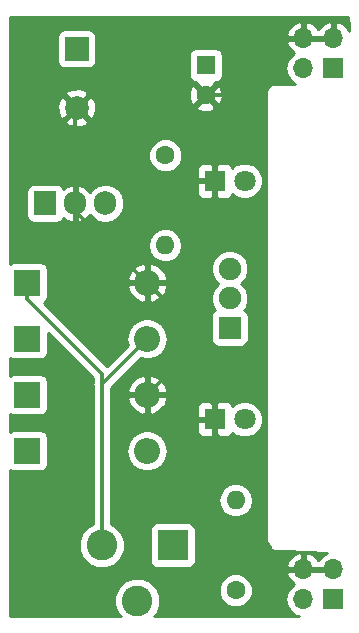
<source format=gbl>
G04 #@! TF.GenerationSoftware,KiCad,Pcbnew,5.0.0-fee4fd1~66~ubuntu18.04.1*
G04 #@! TF.CreationDate,2018-08-15T18:58:20-07:00*
G04 #@! TF.ProjectId,BreadboardPowerSupply_v2,4272656164626F617264506F77657253,2*
G04 #@! TF.SameCoordinates,Original*
G04 #@! TF.FileFunction,Copper,L2,Bot,Signal*
G04 #@! TF.FilePolarity,Positive*
%FSLAX46Y46*%
G04 Gerber Fmt 4.6, Leading zero omitted, Abs format (unit mm)*
G04 Created by KiCad (PCBNEW 5.0.0-fee4fd1~66~ubuntu18.04.1) date Wed Aug 15 18:58:20 2018*
%MOMM*%
%LPD*%
G01*
G04 APERTURE LIST*
G04 #@! TA.AperFunction,ComponentPad*
%ADD10R,1.600000X1.600000*%
G04 #@! TD*
G04 #@! TA.AperFunction,ComponentPad*
%ADD11C,1.600000*%
G04 #@! TD*
G04 #@! TA.AperFunction,ComponentPad*
%ADD12R,2.200000X2.200000*%
G04 #@! TD*
G04 #@! TA.AperFunction,ComponentPad*
%ADD13O,2.200000X2.200000*%
G04 #@! TD*
G04 #@! TA.AperFunction,ComponentPad*
%ADD14C,1.800000*%
G04 #@! TD*
G04 #@! TA.AperFunction,ComponentPad*
%ADD15R,1.800000X1.800000*%
G04 #@! TD*
G04 #@! TA.AperFunction,ComponentPad*
%ADD16R,2.600000X2.600000*%
G04 #@! TD*
G04 #@! TA.AperFunction,ComponentPad*
%ADD17C,2.600000*%
G04 #@! TD*
G04 #@! TA.AperFunction,ComponentPad*
%ADD18O,1.700000X1.700000*%
G04 #@! TD*
G04 #@! TA.AperFunction,ComponentPad*
%ADD19R,1.700000X1.700000*%
G04 #@! TD*
G04 #@! TA.AperFunction,ComponentPad*
%ADD20O,1.600000X1.600000*%
G04 #@! TD*
G04 #@! TA.AperFunction,ComponentPad*
%ADD21R,1.900000X1.900000*%
G04 #@! TD*
G04 #@! TA.AperFunction,ComponentPad*
%ADD22C,1.900000*%
G04 #@! TD*
G04 #@! TA.AperFunction,ComponentPad*
%ADD23R,1.905000X2.000000*%
G04 #@! TD*
G04 #@! TA.AperFunction,ComponentPad*
%ADD24O,1.905000X2.000000*%
G04 #@! TD*
G04 #@! TA.AperFunction,ComponentPad*
%ADD25R,2.000000X2.000000*%
G04 #@! TD*
G04 #@! TA.AperFunction,ComponentPad*
%ADD26C,2.000000*%
G04 #@! TD*
G04 #@! TA.AperFunction,Conductor*
%ADD27C,0.300000*%
G04 #@! TD*
G04 #@! TA.AperFunction,Conductor*
%ADD28C,0.254000*%
G04 #@! TD*
G04 APERTURE END LIST*
D10*
G04 #@! TO.P,C2,1*
G04 #@! TO.N,/Vout1*
X54229000Y-112014000D03*
D11*
G04 #@! TO.P,C2,2*
G04 #@! TO.N,/V-*
X54229000Y-114514000D03*
G04 #@! TD*
D12*
G04 #@! TO.P,D1,1*
G04 #@! TO.N,/Vin*
X39116000Y-144653000D03*
D13*
G04 #@! TO.P,D1,2*
G04 #@! TO.N,/V1*
X49276000Y-144653000D03*
G04 #@! TD*
G04 #@! TO.P,D2,2*
G04 #@! TO.N,/V-*
X49276000Y-139911666D03*
D12*
G04 #@! TO.P,D2,1*
G04 #@! TO.N,/V1*
X39116000Y-139911666D03*
G04 #@! TD*
G04 #@! TO.P,D3,1*
G04 #@! TO.N,/Vin*
X39116000Y-135170333D03*
D13*
G04 #@! TO.P,D3,2*
G04 #@! TO.N,/V2*
X49276000Y-135170333D03*
G04 #@! TD*
G04 #@! TO.P,D4,2*
G04 #@! TO.N,/V-*
X49276000Y-130429000D03*
D12*
G04 #@! TO.P,D4,1*
G04 #@! TO.N,/V2*
X39116000Y-130429000D03*
G04 #@! TD*
D14*
G04 #@! TO.P,D5,2*
G04 #@! TO.N,Net-(D5-Pad2)*
X57531000Y-141986000D03*
D15*
G04 #@! TO.P,D5,1*
G04 #@! TO.N,/V-*
X54991000Y-141986000D03*
G04 #@! TD*
G04 #@! TO.P,D6,1*
G04 #@! TO.N,/V-*
X54991000Y-121793000D03*
D14*
G04 #@! TO.P,D6,2*
G04 #@! TO.N,Net-(D6-Pad2)*
X57531000Y-121793000D03*
G04 #@! TD*
D16*
G04 #@! TO.P,J1,1*
G04 #@! TO.N,/V1*
X51435000Y-152654000D03*
D17*
G04 #@! TO.P,J1,2*
G04 #@! TO.N,/V2*
X45435000Y-152654000D03*
G04 #@! TO.P,J1,3*
G04 #@! TO.N,Net-(J1-Pad3)*
X48435000Y-157354000D03*
G04 #@! TD*
D18*
G04 #@! TO.P,J2,4*
G04 #@! TO.N,/V-*
X62484000Y-154686000D03*
G04 #@! TO.P,J2,3*
X65024000Y-154686000D03*
G04 #@! TO.P,J2,2*
G04 #@! TO.N,/Vout2*
X62484000Y-157226000D03*
D19*
G04 #@! TO.P,J2,1*
X65024000Y-157226000D03*
G04 #@! TD*
G04 #@! TO.P,J3,1*
G04 #@! TO.N,/Vout2*
X65024000Y-112268000D03*
D18*
G04 #@! TO.P,J3,2*
X62484000Y-112268000D03*
G04 #@! TO.P,J3,3*
G04 #@! TO.N,/V-*
X65024000Y-109728000D03*
G04 #@! TO.P,J3,4*
X62484000Y-109728000D03*
G04 #@! TD*
D11*
G04 #@! TO.P,R1,1*
G04 #@! TO.N,/Vout1*
X56769000Y-156464000D03*
D20*
G04 #@! TO.P,R1,2*
G04 #@! TO.N,Net-(D5-Pad2)*
X56769000Y-148844000D03*
G04 #@! TD*
G04 #@! TO.P,R2,2*
G04 #@! TO.N,Net-(D6-Pad2)*
X50800000Y-127254000D03*
D11*
G04 #@! TO.P,R2,1*
G04 #@! TO.N,/Vout2*
X50800000Y-119634000D03*
G04 #@! TD*
D21*
G04 #@! TO.P,SW1,1*
G04 #@! TO.N,/Vout2*
X56261000Y-134239000D03*
D22*
G04 #@! TO.P,SW1,2*
G04 #@! TO.N,/Vout1*
X56261000Y-131739000D03*
G04 #@! TO.P,SW1,3*
G04 #@! TO.N,Net-(SW1-Pad3)*
X56261000Y-129239000D03*
G04 #@! TD*
D23*
G04 #@! TO.P,U1,1*
G04 #@! TO.N,/Vin*
X40640000Y-123698000D03*
D24*
G04 #@! TO.P,U1,2*
G04 #@! TO.N,/V-*
X43180000Y-123698000D03*
G04 #@! TO.P,U1,3*
G04 #@! TO.N,/Vout1*
X45720000Y-123698000D03*
G04 #@! TD*
D25*
G04 #@! TO.P,C1,1*
G04 #@! TO.N,/Vin*
X43307000Y-110617000D03*
D26*
G04 #@! TO.P,C1,2*
G04 #@! TO.N,/V-*
X43307000Y-115617000D03*
G04 #@! TD*
D27*
G04 #@! TO.N,/V-*
X43180000Y-124333000D02*
X43180000Y-123698000D01*
X49276000Y-130429000D02*
X43180000Y-124333000D01*
X54991000Y-140786000D02*
X54991000Y-141986000D01*
X54116666Y-139911666D02*
X54991000Y-140786000D01*
X49276000Y-139911666D02*
X54116666Y-139911666D01*
X54991000Y-143186000D02*
X59055000Y-147250000D01*
X54991000Y-141986000D02*
X54991000Y-143186000D01*
X59055000Y-152126476D02*
X59690000Y-152761476D01*
X59055000Y-147250000D02*
X59055000Y-152126476D01*
X59690000Y-152761476D02*
X59690000Y-153797000D01*
X60579000Y-154686000D02*
X62484000Y-154686000D01*
X59690000Y-153797000D02*
X60579000Y-154686000D01*
X62484000Y-154686000D02*
X65024000Y-154686000D01*
X50826001Y-138361665D02*
X50826001Y-137260999D01*
X49276000Y-139911666D02*
X50826001Y-138361665D01*
X50826001Y-137260999D02*
X52451000Y-135636000D01*
X52451000Y-133604000D02*
X49276000Y-130429000D01*
X52451000Y-135636000D02*
X52451000Y-133604000D01*
X49276000Y-128873366D02*
X49022000Y-128619366D01*
X49276000Y-130429000D02*
X49276000Y-128873366D01*
X49022000Y-128619366D02*
X49022000Y-125349000D01*
X52578000Y-121793000D02*
X54991000Y-121793000D01*
X49022000Y-125349000D02*
X52578000Y-121793000D01*
X54991000Y-115276000D02*
X54229000Y-114514000D01*
X54991000Y-121793000D02*
X54991000Y-115276000D01*
X43180000Y-115744000D02*
X43307000Y-115617000D01*
X43180000Y-123698000D02*
X43180000Y-115744000D01*
X54229000Y-114514000D02*
X55920000Y-114514000D01*
X55920000Y-114514000D02*
X60706000Y-109728000D01*
X60706000Y-109728000D02*
X62484000Y-109728000D01*
X62484000Y-109728000D02*
X65024000Y-109728000D01*
G04 #@! TO.N,/V2*
X45435000Y-139011333D02*
X49276000Y-135170333D01*
X45435000Y-152654000D02*
X45435000Y-139011333D01*
X45435000Y-138148000D02*
X45435000Y-139011333D01*
X39116000Y-131829000D02*
X45435000Y-138148000D01*
X39116000Y-130429000D02*
X39116000Y-131829000D01*
G04 #@! TD*
D28*
G04 #@! TO.N,/V-*
G36*
X66346001Y-108796472D02*
X66346001Y-109082653D01*
X66295645Y-108961076D01*
X65905358Y-108532817D01*
X65380892Y-108286514D01*
X65151000Y-108407181D01*
X65151000Y-109601000D01*
X65171000Y-109601000D01*
X65171000Y-109855000D01*
X65151000Y-109855000D01*
X65151000Y-109875000D01*
X64897000Y-109875000D01*
X64897000Y-109855000D01*
X62611000Y-109855000D01*
X62611000Y-109875000D01*
X62357000Y-109875000D01*
X62357000Y-109855000D01*
X61163845Y-109855000D01*
X61042524Y-110084890D01*
X61212355Y-110494924D01*
X61602642Y-110923183D01*
X61732478Y-110984157D01*
X61413375Y-111197375D01*
X61085161Y-111688582D01*
X60969908Y-112268000D01*
X61085161Y-112847418D01*
X61413375Y-113338625D01*
X61789584Y-113590000D01*
X60140926Y-113590000D01*
X60071000Y-113576091D01*
X60001075Y-113590000D01*
X60001074Y-113590000D01*
X59793972Y-113631195D01*
X59559119Y-113788119D01*
X59402195Y-114022972D01*
X59347091Y-114300000D01*
X59361001Y-114369931D01*
X59361000Y-152330074D01*
X59347091Y-152400000D01*
X59402195Y-152677028D01*
X59437161Y-152729359D01*
X59436003Y-152907173D01*
X59445353Y-152955835D01*
X59472614Y-152997216D01*
X59513636Y-153025014D01*
X59556083Y-153034811D01*
X59759720Y-153045918D01*
X59793972Y-153068805D01*
X60071000Y-153123909D01*
X60140925Y-153110000D01*
X60934547Y-153110000D01*
X64535318Y-153306406D01*
X64142642Y-153490817D01*
X63754000Y-153917271D01*
X63365358Y-153490817D01*
X62840892Y-153244514D01*
X62611000Y-153365181D01*
X62611000Y-154559000D01*
X64897000Y-154559000D01*
X64897000Y-154539000D01*
X65151000Y-154539000D01*
X65151000Y-154559000D01*
X65171000Y-154559000D01*
X65171000Y-154813000D01*
X65151000Y-154813000D01*
X65151000Y-154833000D01*
X64897000Y-154833000D01*
X64897000Y-154813000D01*
X62611000Y-154813000D01*
X62611000Y-154833000D01*
X62357000Y-154833000D01*
X62357000Y-154813000D01*
X61163845Y-154813000D01*
X61042524Y-155042890D01*
X61212355Y-155452924D01*
X61602642Y-155881183D01*
X61732478Y-155942157D01*
X61413375Y-156155375D01*
X61085161Y-156646582D01*
X60969908Y-157226000D01*
X61085161Y-157805418D01*
X61413375Y-158296625D01*
X61904582Y-158624839D01*
X62156759Y-158675000D01*
X49850504Y-158675000D01*
X50075414Y-158450090D01*
X50370000Y-157738895D01*
X50370000Y-156969105D01*
X50075414Y-156257910D01*
X49996065Y-156178561D01*
X55334000Y-156178561D01*
X55334000Y-156749439D01*
X55552466Y-157276862D01*
X55956138Y-157680534D01*
X56483561Y-157899000D01*
X57054439Y-157899000D01*
X57581862Y-157680534D01*
X57985534Y-157276862D01*
X58204000Y-156749439D01*
X58204000Y-156178561D01*
X57985534Y-155651138D01*
X57581862Y-155247466D01*
X57054439Y-155029000D01*
X56483561Y-155029000D01*
X55956138Y-155247466D01*
X55552466Y-155651138D01*
X55334000Y-156178561D01*
X49996065Y-156178561D01*
X49531090Y-155713586D01*
X48819895Y-155419000D01*
X48050105Y-155419000D01*
X47338910Y-155713586D01*
X46794586Y-156257910D01*
X46500000Y-156969105D01*
X46500000Y-157738895D01*
X46794586Y-158450090D01*
X47019496Y-158675000D01*
X37667000Y-158675000D01*
X37667000Y-146283513D01*
X37768235Y-146351157D01*
X38016000Y-146400440D01*
X40216000Y-146400440D01*
X40463765Y-146351157D01*
X40673809Y-146210809D01*
X40814157Y-146000765D01*
X40863440Y-145753000D01*
X40863440Y-143553000D01*
X40814157Y-143305235D01*
X40673809Y-143095191D01*
X40463765Y-142954843D01*
X40216000Y-142905560D01*
X38016000Y-142905560D01*
X37768235Y-142954843D01*
X37667000Y-143022487D01*
X37667000Y-141542179D01*
X37768235Y-141609823D01*
X38016000Y-141659106D01*
X40216000Y-141659106D01*
X40463765Y-141609823D01*
X40673809Y-141469475D01*
X40814157Y-141259431D01*
X40863440Y-141011666D01*
X40863440Y-138811666D01*
X40814157Y-138563901D01*
X40673809Y-138353857D01*
X40463765Y-138213509D01*
X40216000Y-138164226D01*
X38016000Y-138164226D01*
X37768235Y-138213509D01*
X37667000Y-138281153D01*
X37667000Y-136800846D01*
X37768235Y-136868490D01*
X38016000Y-136917773D01*
X40216000Y-136917773D01*
X40463765Y-136868490D01*
X40673809Y-136728142D01*
X40814157Y-136518098D01*
X40863440Y-136270333D01*
X40863440Y-134686597D01*
X44650000Y-138473157D01*
X44650000Y-138934021D01*
X44634622Y-139011333D01*
X44650000Y-139088645D01*
X44650000Y-139088649D01*
X44650001Y-139088654D01*
X44650000Y-150884729D01*
X44338910Y-151013586D01*
X43794586Y-151557910D01*
X43500000Y-152269105D01*
X43500000Y-153038895D01*
X43794586Y-153750090D01*
X44338910Y-154294414D01*
X45050105Y-154589000D01*
X45819895Y-154589000D01*
X46531090Y-154294414D01*
X47075414Y-153750090D01*
X47370000Y-153038895D01*
X47370000Y-152269105D01*
X47075414Y-151557910D01*
X46871504Y-151354000D01*
X49487560Y-151354000D01*
X49487560Y-153954000D01*
X49536843Y-154201765D01*
X49677191Y-154411809D01*
X49887235Y-154552157D01*
X50135000Y-154601440D01*
X52735000Y-154601440D01*
X52982765Y-154552157D01*
X53192809Y-154411809D01*
X53248067Y-154329110D01*
X61042524Y-154329110D01*
X61163845Y-154559000D01*
X62357000Y-154559000D01*
X62357000Y-153365181D01*
X62127108Y-153244514D01*
X61602642Y-153490817D01*
X61212355Y-153919076D01*
X61042524Y-154329110D01*
X53248067Y-154329110D01*
X53333157Y-154201765D01*
X53382440Y-153954000D01*
X53382440Y-151354000D01*
X53333157Y-151106235D01*
X53192809Y-150896191D01*
X52982765Y-150755843D01*
X52735000Y-150706560D01*
X50135000Y-150706560D01*
X49887235Y-150755843D01*
X49677191Y-150896191D01*
X49536843Y-151106235D01*
X49487560Y-151354000D01*
X46871504Y-151354000D01*
X46531090Y-151013586D01*
X46220000Y-150884729D01*
X46220000Y-148844000D01*
X55305887Y-148844000D01*
X55417260Y-149403909D01*
X55734423Y-149878577D01*
X56209091Y-150195740D01*
X56627667Y-150279000D01*
X56910333Y-150279000D01*
X57328909Y-150195740D01*
X57803577Y-149878577D01*
X58120740Y-149403909D01*
X58232113Y-148844000D01*
X58120740Y-148284091D01*
X57803577Y-147809423D01*
X57328909Y-147492260D01*
X56910333Y-147409000D01*
X56627667Y-147409000D01*
X56209091Y-147492260D01*
X55734423Y-147809423D01*
X55417260Y-148284091D01*
X55305887Y-148844000D01*
X46220000Y-148844000D01*
X46220000Y-144653000D01*
X47507010Y-144653000D01*
X47641666Y-145329963D01*
X48025135Y-145903865D01*
X48599037Y-146287334D01*
X49105120Y-146388000D01*
X49446880Y-146388000D01*
X49952963Y-146287334D01*
X50526865Y-145903865D01*
X50910334Y-145329963D01*
X51044990Y-144653000D01*
X50910334Y-143976037D01*
X50526865Y-143402135D01*
X49952963Y-143018666D01*
X49446880Y-142918000D01*
X49105120Y-142918000D01*
X48599037Y-143018666D01*
X48025135Y-143402135D01*
X47641666Y-143976037D01*
X47507010Y-144653000D01*
X46220000Y-144653000D01*
X46220000Y-142271750D01*
X53456000Y-142271750D01*
X53456000Y-143012310D01*
X53552673Y-143245699D01*
X53731302Y-143424327D01*
X53964691Y-143521000D01*
X54705250Y-143521000D01*
X54864000Y-143362250D01*
X54864000Y-142113000D01*
X53614750Y-142113000D01*
X53456000Y-142271750D01*
X46220000Y-142271750D01*
X46220000Y-140307788D01*
X47586825Y-140307788D01*
X47801466Y-140825998D01*
X48263608Y-141320678D01*
X48879877Y-141600849D01*
X49149000Y-141483270D01*
X49149000Y-140038666D01*
X49403000Y-140038666D01*
X49403000Y-141483270D01*
X49672123Y-141600849D01*
X50288392Y-141320678D01*
X50625635Y-140959690D01*
X53456000Y-140959690D01*
X53456000Y-141700250D01*
X53614750Y-141859000D01*
X54864000Y-141859000D01*
X54864000Y-140609750D01*
X55118000Y-140609750D01*
X55118000Y-141859000D01*
X55138000Y-141859000D01*
X55138000Y-142113000D01*
X55118000Y-142113000D01*
X55118000Y-143362250D01*
X55276750Y-143521000D01*
X56017309Y-143521000D01*
X56250698Y-143424327D01*
X56429327Y-143245699D01*
X56485139Y-143110956D01*
X56661493Y-143287310D01*
X57225670Y-143521000D01*
X57836330Y-143521000D01*
X58400507Y-143287310D01*
X58832310Y-142855507D01*
X59066000Y-142291330D01*
X59066000Y-141680670D01*
X58832310Y-141116493D01*
X58400507Y-140684690D01*
X57836330Y-140451000D01*
X57225670Y-140451000D01*
X56661493Y-140684690D01*
X56485139Y-140861044D01*
X56429327Y-140726301D01*
X56250698Y-140547673D01*
X56017309Y-140451000D01*
X55276750Y-140451000D01*
X55118000Y-140609750D01*
X54864000Y-140609750D01*
X54705250Y-140451000D01*
X53964691Y-140451000D01*
X53731302Y-140547673D01*
X53552673Y-140726301D01*
X53456000Y-140959690D01*
X50625635Y-140959690D01*
X50750534Y-140825998D01*
X50965175Y-140307788D01*
X50847125Y-140038666D01*
X49403000Y-140038666D01*
X49149000Y-140038666D01*
X47704875Y-140038666D01*
X47586825Y-140307788D01*
X46220000Y-140307788D01*
X46220000Y-139515544D01*
X47586825Y-139515544D01*
X47704875Y-139784666D01*
X49149000Y-139784666D01*
X49149000Y-138340062D01*
X49403000Y-138340062D01*
X49403000Y-139784666D01*
X50847125Y-139784666D01*
X50965175Y-139515544D01*
X50750534Y-138997334D01*
X50288392Y-138502654D01*
X49672123Y-138222483D01*
X49403000Y-138340062D01*
X49149000Y-138340062D01*
X48879877Y-138222483D01*
X48263608Y-138502654D01*
X47801466Y-138997334D01*
X47586825Y-139515544D01*
X46220000Y-139515544D01*
X46220000Y-139336490D01*
X48726475Y-136830016D01*
X49105120Y-136905333D01*
X49446880Y-136905333D01*
X49952963Y-136804667D01*
X50526865Y-136421198D01*
X50910334Y-135847296D01*
X51044990Y-135170333D01*
X50910334Y-134493370D01*
X50526865Y-133919468D01*
X49952963Y-133535999D01*
X49446880Y-133435333D01*
X49105120Y-133435333D01*
X48599037Y-133535999D01*
X48025135Y-133919468D01*
X47641666Y-134493370D01*
X47507010Y-135170333D01*
X47616317Y-135719858D01*
X45866666Y-137469509D01*
X41686157Y-133289000D01*
X54663560Y-133289000D01*
X54663560Y-135189000D01*
X54712843Y-135436765D01*
X54853191Y-135646809D01*
X55063235Y-135787157D01*
X55311000Y-135836440D01*
X57211000Y-135836440D01*
X57458765Y-135787157D01*
X57668809Y-135646809D01*
X57809157Y-135436765D01*
X57858440Y-135189000D01*
X57858440Y-133289000D01*
X57809157Y-133041235D01*
X57668809Y-132831191D01*
X57513867Y-132727661D01*
X57604698Y-132636830D01*
X57846000Y-132054276D01*
X57846000Y-131423724D01*
X57604698Y-130841170D01*
X57252528Y-130489000D01*
X57604698Y-130136830D01*
X57846000Y-129554276D01*
X57846000Y-128923724D01*
X57604698Y-128341170D01*
X57158830Y-127895302D01*
X56576276Y-127654000D01*
X55945724Y-127654000D01*
X55363170Y-127895302D01*
X54917302Y-128341170D01*
X54676000Y-128923724D01*
X54676000Y-129554276D01*
X54917302Y-130136830D01*
X55269472Y-130489000D01*
X54917302Y-130841170D01*
X54676000Y-131423724D01*
X54676000Y-132054276D01*
X54917302Y-132636830D01*
X55008133Y-132727661D01*
X54853191Y-132831191D01*
X54712843Y-133041235D01*
X54663560Y-133289000D01*
X41686157Y-133289000D01*
X40500061Y-132102904D01*
X40673809Y-131986809D01*
X40814157Y-131776765D01*
X40863440Y-131529000D01*
X40863440Y-130825122D01*
X47586825Y-130825122D01*
X47801466Y-131343332D01*
X48263608Y-131838012D01*
X48879877Y-132118183D01*
X49149000Y-132000604D01*
X49149000Y-130556000D01*
X49403000Y-130556000D01*
X49403000Y-132000604D01*
X49672123Y-132118183D01*
X50288392Y-131838012D01*
X50750534Y-131343332D01*
X50965175Y-130825122D01*
X50847125Y-130556000D01*
X49403000Y-130556000D01*
X49149000Y-130556000D01*
X47704875Y-130556000D01*
X47586825Y-130825122D01*
X40863440Y-130825122D01*
X40863440Y-130032878D01*
X47586825Y-130032878D01*
X47704875Y-130302000D01*
X49149000Y-130302000D01*
X49149000Y-128857396D01*
X49403000Y-128857396D01*
X49403000Y-130302000D01*
X50847125Y-130302000D01*
X50965175Y-130032878D01*
X50750534Y-129514668D01*
X50288392Y-129019988D01*
X49672123Y-128739817D01*
X49403000Y-128857396D01*
X49149000Y-128857396D01*
X48879877Y-128739817D01*
X48263608Y-129019988D01*
X47801466Y-129514668D01*
X47586825Y-130032878D01*
X40863440Y-130032878D01*
X40863440Y-129329000D01*
X40814157Y-129081235D01*
X40673809Y-128871191D01*
X40463765Y-128730843D01*
X40216000Y-128681560D01*
X38016000Y-128681560D01*
X37768235Y-128730843D01*
X37667000Y-128798487D01*
X37667000Y-127254000D01*
X49336887Y-127254000D01*
X49448260Y-127813909D01*
X49765423Y-128288577D01*
X50240091Y-128605740D01*
X50658667Y-128689000D01*
X50941333Y-128689000D01*
X51359909Y-128605740D01*
X51834577Y-128288577D01*
X52151740Y-127813909D01*
X52263113Y-127254000D01*
X52151740Y-126694091D01*
X51834577Y-126219423D01*
X51359909Y-125902260D01*
X50941333Y-125819000D01*
X50658667Y-125819000D01*
X50240091Y-125902260D01*
X49765423Y-126219423D01*
X49448260Y-126694091D01*
X49336887Y-127254000D01*
X37667000Y-127254000D01*
X37667000Y-122698000D01*
X39040060Y-122698000D01*
X39040060Y-124698000D01*
X39089343Y-124945765D01*
X39229691Y-125155809D01*
X39439735Y-125296157D01*
X39687500Y-125345440D01*
X41592500Y-125345440D01*
X41840265Y-125296157D01*
X42050309Y-125155809D01*
X42187255Y-124950857D01*
X42313076Y-125073973D01*
X42807020Y-125288563D01*
X43053000Y-125168594D01*
X43053000Y-123825000D01*
X43033000Y-123825000D01*
X43033000Y-123571000D01*
X43053000Y-123571000D01*
X43053000Y-122227406D01*
X43307000Y-122227406D01*
X43307000Y-123571000D01*
X43327000Y-123571000D01*
X43327000Y-123825000D01*
X43307000Y-123825000D01*
X43307000Y-125168594D01*
X43552980Y-125288563D01*
X44046924Y-125073973D01*
X44440841Y-124688526D01*
X44575477Y-124890023D01*
X45100590Y-125240891D01*
X45720000Y-125364100D01*
X46339411Y-125240891D01*
X46864523Y-124890023D01*
X47215391Y-124364910D01*
X47307500Y-123901849D01*
X47307500Y-123494150D01*
X47215391Y-123031089D01*
X46864523Y-122505977D01*
X46339410Y-122155109D01*
X45955530Y-122078750D01*
X53456000Y-122078750D01*
X53456000Y-122819310D01*
X53552673Y-123052699D01*
X53731302Y-123231327D01*
X53964691Y-123328000D01*
X54705250Y-123328000D01*
X54864000Y-123169250D01*
X54864000Y-121920000D01*
X53614750Y-121920000D01*
X53456000Y-122078750D01*
X45955530Y-122078750D01*
X45720000Y-122031900D01*
X45100589Y-122155109D01*
X44575477Y-122505977D01*
X44440841Y-122707474D01*
X44046924Y-122322027D01*
X43552980Y-122107437D01*
X43307000Y-122227406D01*
X43053000Y-122227406D01*
X42807020Y-122107437D01*
X42313076Y-122322027D01*
X42187255Y-122445143D01*
X42050309Y-122240191D01*
X41840265Y-122099843D01*
X41592500Y-122050560D01*
X39687500Y-122050560D01*
X39439735Y-122099843D01*
X39229691Y-122240191D01*
X39089343Y-122450235D01*
X39040060Y-122698000D01*
X37667000Y-122698000D01*
X37667000Y-119348561D01*
X49365000Y-119348561D01*
X49365000Y-119919439D01*
X49583466Y-120446862D01*
X49987138Y-120850534D01*
X50514561Y-121069000D01*
X51085439Y-121069000D01*
X51612862Y-120850534D01*
X51696706Y-120766690D01*
X53456000Y-120766690D01*
X53456000Y-121507250D01*
X53614750Y-121666000D01*
X54864000Y-121666000D01*
X54864000Y-120416750D01*
X55118000Y-120416750D01*
X55118000Y-121666000D01*
X55138000Y-121666000D01*
X55138000Y-121920000D01*
X55118000Y-121920000D01*
X55118000Y-123169250D01*
X55276750Y-123328000D01*
X56017309Y-123328000D01*
X56250698Y-123231327D01*
X56429327Y-123052699D01*
X56485139Y-122917956D01*
X56661493Y-123094310D01*
X57225670Y-123328000D01*
X57836330Y-123328000D01*
X58400507Y-123094310D01*
X58832310Y-122662507D01*
X59066000Y-122098330D01*
X59066000Y-121487670D01*
X58832310Y-120923493D01*
X58400507Y-120491690D01*
X57836330Y-120258000D01*
X57225670Y-120258000D01*
X56661493Y-120491690D01*
X56485139Y-120668044D01*
X56429327Y-120533301D01*
X56250698Y-120354673D01*
X56017309Y-120258000D01*
X55276750Y-120258000D01*
X55118000Y-120416750D01*
X54864000Y-120416750D01*
X54705250Y-120258000D01*
X53964691Y-120258000D01*
X53731302Y-120354673D01*
X53552673Y-120533301D01*
X53456000Y-120766690D01*
X51696706Y-120766690D01*
X52016534Y-120446862D01*
X52235000Y-119919439D01*
X52235000Y-119348561D01*
X52016534Y-118821138D01*
X51612862Y-118417466D01*
X51085439Y-118199000D01*
X50514561Y-118199000D01*
X49987138Y-118417466D01*
X49583466Y-118821138D01*
X49365000Y-119348561D01*
X37667000Y-119348561D01*
X37667000Y-116769532D01*
X42334073Y-116769532D01*
X42432736Y-117036387D01*
X43042461Y-117262908D01*
X43692460Y-117238856D01*
X44181264Y-117036387D01*
X44279927Y-116769532D01*
X43307000Y-115796605D01*
X42334073Y-116769532D01*
X37667000Y-116769532D01*
X37667000Y-115352461D01*
X41661092Y-115352461D01*
X41685144Y-116002460D01*
X41887613Y-116491264D01*
X42154468Y-116589927D01*
X43127395Y-115617000D01*
X43486605Y-115617000D01*
X44459532Y-116589927D01*
X44726387Y-116491264D01*
X44952908Y-115881539D01*
X44939595Y-115521745D01*
X53400861Y-115521745D01*
X53474995Y-115767864D01*
X54012223Y-115960965D01*
X54582454Y-115933778D01*
X54983005Y-115767864D01*
X55057139Y-115521745D01*
X54229000Y-114693605D01*
X53400861Y-115521745D01*
X44939595Y-115521745D01*
X44928856Y-115231540D01*
X44726387Y-114742736D01*
X44459532Y-114644073D01*
X43486605Y-115617000D01*
X43127395Y-115617000D01*
X42154468Y-114644073D01*
X41887613Y-114742736D01*
X41661092Y-115352461D01*
X37667000Y-115352461D01*
X37667000Y-114464468D01*
X42334073Y-114464468D01*
X43307000Y-115437395D01*
X44279927Y-114464468D01*
X44218093Y-114297223D01*
X52782035Y-114297223D01*
X52809222Y-114867454D01*
X52975136Y-115268005D01*
X53221255Y-115342139D01*
X54049395Y-114514000D01*
X54408605Y-114514000D01*
X55236745Y-115342139D01*
X55482864Y-115268005D01*
X55675965Y-114730777D01*
X55648778Y-114160546D01*
X55482864Y-113759995D01*
X55236745Y-113685861D01*
X54408605Y-114514000D01*
X54049395Y-114514000D01*
X53221255Y-113685861D01*
X52975136Y-113759995D01*
X52782035Y-114297223D01*
X44218093Y-114297223D01*
X44181264Y-114197613D01*
X43571539Y-113971092D01*
X42921540Y-113995144D01*
X42432736Y-114197613D01*
X42334073Y-114464468D01*
X37667000Y-114464468D01*
X37667000Y-109617000D01*
X41659560Y-109617000D01*
X41659560Y-111617000D01*
X41708843Y-111864765D01*
X41849191Y-112074809D01*
X42059235Y-112215157D01*
X42307000Y-112264440D01*
X44307000Y-112264440D01*
X44554765Y-112215157D01*
X44764809Y-112074809D01*
X44905157Y-111864765D01*
X44954440Y-111617000D01*
X44954440Y-111214000D01*
X52781560Y-111214000D01*
X52781560Y-112814000D01*
X52830843Y-113061765D01*
X52971191Y-113271809D01*
X53181235Y-113412157D01*
X53415187Y-113458693D01*
X53400861Y-113506255D01*
X54229000Y-114334395D01*
X55057139Y-113506255D01*
X55042813Y-113458693D01*
X55276765Y-113412157D01*
X55486809Y-113271809D01*
X55627157Y-113061765D01*
X55676440Y-112814000D01*
X55676440Y-111214000D01*
X55627157Y-110966235D01*
X55486809Y-110756191D01*
X55276765Y-110615843D01*
X55029000Y-110566560D01*
X53429000Y-110566560D01*
X53181235Y-110615843D01*
X52971191Y-110756191D01*
X52830843Y-110966235D01*
X52781560Y-111214000D01*
X44954440Y-111214000D01*
X44954440Y-109617000D01*
X44905530Y-109371110D01*
X61042524Y-109371110D01*
X61163845Y-109601000D01*
X62357000Y-109601000D01*
X62357000Y-108407181D01*
X62611000Y-108407181D01*
X62611000Y-109601000D01*
X64897000Y-109601000D01*
X64897000Y-108407181D01*
X64667108Y-108286514D01*
X64142642Y-108532817D01*
X63754000Y-108959271D01*
X63365358Y-108532817D01*
X62840892Y-108286514D01*
X62611000Y-108407181D01*
X62357000Y-108407181D01*
X62127108Y-108286514D01*
X61602642Y-108532817D01*
X61212355Y-108961076D01*
X61042524Y-109371110D01*
X44905530Y-109371110D01*
X44905157Y-109369235D01*
X44764809Y-109159191D01*
X44554765Y-109018843D01*
X44307000Y-108969560D01*
X42307000Y-108969560D01*
X42059235Y-109018843D01*
X41849191Y-109159191D01*
X41708843Y-109369235D01*
X41659560Y-109617000D01*
X37667000Y-109617000D01*
X37667000Y-107898000D01*
X66311444Y-107898000D01*
X66346001Y-108796472D01*
X66346001Y-108796472D01*
G37*
X66346001Y-108796472D02*
X66346001Y-109082653D01*
X66295645Y-108961076D01*
X65905358Y-108532817D01*
X65380892Y-108286514D01*
X65151000Y-108407181D01*
X65151000Y-109601000D01*
X65171000Y-109601000D01*
X65171000Y-109855000D01*
X65151000Y-109855000D01*
X65151000Y-109875000D01*
X64897000Y-109875000D01*
X64897000Y-109855000D01*
X62611000Y-109855000D01*
X62611000Y-109875000D01*
X62357000Y-109875000D01*
X62357000Y-109855000D01*
X61163845Y-109855000D01*
X61042524Y-110084890D01*
X61212355Y-110494924D01*
X61602642Y-110923183D01*
X61732478Y-110984157D01*
X61413375Y-111197375D01*
X61085161Y-111688582D01*
X60969908Y-112268000D01*
X61085161Y-112847418D01*
X61413375Y-113338625D01*
X61789584Y-113590000D01*
X60140926Y-113590000D01*
X60071000Y-113576091D01*
X60001075Y-113590000D01*
X60001074Y-113590000D01*
X59793972Y-113631195D01*
X59559119Y-113788119D01*
X59402195Y-114022972D01*
X59347091Y-114300000D01*
X59361001Y-114369931D01*
X59361000Y-152330074D01*
X59347091Y-152400000D01*
X59402195Y-152677028D01*
X59437161Y-152729359D01*
X59436003Y-152907173D01*
X59445353Y-152955835D01*
X59472614Y-152997216D01*
X59513636Y-153025014D01*
X59556083Y-153034811D01*
X59759720Y-153045918D01*
X59793972Y-153068805D01*
X60071000Y-153123909D01*
X60140925Y-153110000D01*
X60934547Y-153110000D01*
X64535318Y-153306406D01*
X64142642Y-153490817D01*
X63754000Y-153917271D01*
X63365358Y-153490817D01*
X62840892Y-153244514D01*
X62611000Y-153365181D01*
X62611000Y-154559000D01*
X64897000Y-154559000D01*
X64897000Y-154539000D01*
X65151000Y-154539000D01*
X65151000Y-154559000D01*
X65171000Y-154559000D01*
X65171000Y-154813000D01*
X65151000Y-154813000D01*
X65151000Y-154833000D01*
X64897000Y-154833000D01*
X64897000Y-154813000D01*
X62611000Y-154813000D01*
X62611000Y-154833000D01*
X62357000Y-154833000D01*
X62357000Y-154813000D01*
X61163845Y-154813000D01*
X61042524Y-155042890D01*
X61212355Y-155452924D01*
X61602642Y-155881183D01*
X61732478Y-155942157D01*
X61413375Y-156155375D01*
X61085161Y-156646582D01*
X60969908Y-157226000D01*
X61085161Y-157805418D01*
X61413375Y-158296625D01*
X61904582Y-158624839D01*
X62156759Y-158675000D01*
X49850504Y-158675000D01*
X50075414Y-158450090D01*
X50370000Y-157738895D01*
X50370000Y-156969105D01*
X50075414Y-156257910D01*
X49996065Y-156178561D01*
X55334000Y-156178561D01*
X55334000Y-156749439D01*
X55552466Y-157276862D01*
X55956138Y-157680534D01*
X56483561Y-157899000D01*
X57054439Y-157899000D01*
X57581862Y-157680534D01*
X57985534Y-157276862D01*
X58204000Y-156749439D01*
X58204000Y-156178561D01*
X57985534Y-155651138D01*
X57581862Y-155247466D01*
X57054439Y-155029000D01*
X56483561Y-155029000D01*
X55956138Y-155247466D01*
X55552466Y-155651138D01*
X55334000Y-156178561D01*
X49996065Y-156178561D01*
X49531090Y-155713586D01*
X48819895Y-155419000D01*
X48050105Y-155419000D01*
X47338910Y-155713586D01*
X46794586Y-156257910D01*
X46500000Y-156969105D01*
X46500000Y-157738895D01*
X46794586Y-158450090D01*
X47019496Y-158675000D01*
X37667000Y-158675000D01*
X37667000Y-146283513D01*
X37768235Y-146351157D01*
X38016000Y-146400440D01*
X40216000Y-146400440D01*
X40463765Y-146351157D01*
X40673809Y-146210809D01*
X40814157Y-146000765D01*
X40863440Y-145753000D01*
X40863440Y-143553000D01*
X40814157Y-143305235D01*
X40673809Y-143095191D01*
X40463765Y-142954843D01*
X40216000Y-142905560D01*
X38016000Y-142905560D01*
X37768235Y-142954843D01*
X37667000Y-143022487D01*
X37667000Y-141542179D01*
X37768235Y-141609823D01*
X38016000Y-141659106D01*
X40216000Y-141659106D01*
X40463765Y-141609823D01*
X40673809Y-141469475D01*
X40814157Y-141259431D01*
X40863440Y-141011666D01*
X40863440Y-138811666D01*
X40814157Y-138563901D01*
X40673809Y-138353857D01*
X40463765Y-138213509D01*
X40216000Y-138164226D01*
X38016000Y-138164226D01*
X37768235Y-138213509D01*
X37667000Y-138281153D01*
X37667000Y-136800846D01*
X37768235Y-136868490D01*
X38016000Y-136917773D01*
X40216000Y-136917773D01*
X40463765Y-136868490D01*
X40673809Y-136728142D01*
X40814157Y-136518098D01*
X40863440Y-136270333D01*
X40863440Y-134686597D01*
X44650000Y-138473157D01*
X44650000Y-138934021D01*
X44634622Y-139011333D01*
X44650000Y-139088645D01*
X44650000Y-139088649D01*
X44650001Y-139088654D01*
X44650000Y-150884729D01*
X44338910Y-151013586D01*
X43794586Y-151557910D01*
X43500000Y-152269105D01*
X43500000Y-153038895D01*
X43794586Y-153750090D01*
X44338910Y-154294414D01*
X45050105Y-154589000D01*
X45819895Y-154589000D01*
X46531090Y-154294414D01*
X47075414Y-153750090D01*
X47370000Y-153038895D01*
X47370000Y-152269105D01*
X47075414Y-151557910D01*
X46871504Y-151354000D01*
X49487560Y-151354000D01*
X49487560Y-153954000D01*
X49536843Y-154201765D01*
X49677191Y-154411809D01*
X49887235Y-154552157D01*
X50135000Y-154601440D01*
X52735000Y-154601440D01*
X52982765Y-154552157D01*
X53192809Y-154411809D01*
X53248067Y-154329110D01*
X61042524Y-154329110D01*
X61163845Y-154559000D01*
X62357000Y-154559000D01*
X62357000Y-153365181D01*
X62127108Y-153244514D01*
X61602642Y-153490817D01*
X61212355Y-153919076D01*
X61042524Y-154329110D01*
X53248067Y-154329110D01*
X53333157Y-154201765D01*
X53382440Y-153954000D01*
X53382440Y-151354000D01*
X53333157Y-151106235D01*
X53192809Y-150896191D01*
X52982765Y-150755843D01*
X52735000Y-150706560D01*
X50135000Y-150706560D01*
X49887235Y-150755843D01*
X49677191Y-150896191D01*
X49536843Y-151106235D01*
X49487560Y-151354000D01*
X46871504Y-151354000D01*
X46531090Y-151013586D01*
X46220000Y-150884729D01*
X46220000Y-148844000D01*
X55305887Y-148844000D01*
X55417260Y-149403909D01*
X55734423Y-149878577D01*
X56209091Y-150195740D01*
X56627667Y-150279000D01*
X56910333Y-150279000D01*
X57328909Y-150195740D01*
X57803577Y-149878577D01*
X58120740Y-149403909D01*
X58232113Y-148844000D01*
X58120740Y-148284091D01*
X57803577Y-147809423D01*
X57328909Y-147492260D01*
X56910333Y-147409000D01*
X56627667Y-147409000D01*
X56209091Y-147492260D01*
X55734423Y-147809423D01*
X55417260Y-148284091D01*
X55305887Y-148844000D01*
X46220000Y-148844000D01*
X46220000Y-144653000D01*
X47507010Y-144653000D01*
X47641666Y-145329963D01*
X48025135Y-145903865D01*
X48599037Y-146287334D01*
X49105120Y-146388000D01*
X49446880Y-146388000D01*
X49952963Y-146287334D01*
X50526865Y-145903865D01*
X50910334Y-145329963D01*
X51044990Y-144653000D01*
X50910334Y-143976037D01*
X50526865Y-143402135D01*
X49952963Y-143018666D01*
X49446880Y-142918000D01*
X49105120Y-142918000D01*
X48599037Y-143018666D01*
X48025135Y-143402135D01*
X47641666Y-143976037D01*
X47507010Y-144653000D01*
X46220000Y-144653000D01*
X46220000Y-142271750D01*
X53456000Y-142271750D01*
X53456000Y-143012310D01*
X53552673Y-143245699D01*
X53731302Y-143424327D01*
X53964691Y-143521000D01*
X54705250Y-143521000D01*
X54864000Y-143362250D01*
X54864000Y-142113000D01*
X53614750Y-142113000D01*
X53456000Y-142271750D01*
X46220000Y-142271750D01*
X46220000Y-140307788D01*
X47586825Y-140307788D01*
X47801466Y-140825998D01*
X48263608Y-141320678D01*
X48879877Y-141600849D01*
X49149000Y-141483270D01*
X49149000Y-140038666D01*
X49403000Y-140038666D01*
X49403000Y-141483270D01*
X49672123Y-141600849D01*
X50288392Y-141320678D01*
X50625635Y-140959690D01*
X53456000Y-140959690D01*
X53456000Y-141700250D01*
X53614750Y-141859000D01*
X54864000Y-141859000D01*
X54864000Y-140609750D01*
X55118000Y-140609750D01*
X55118000Y-141859000D01*
X55138000Y-141859000D01*
X55138000Y-142113000D01*
X55118000Y-142113000D01*
X55118000Y-143362250D01*
X55276750Y-143521000D01*
X56017309Y-143521000D01*
X56250698Y-143424327D01*
X56429327Y-143245699D01*
X56485139Y-143110956D01*
X56661493Y-143287310D01*
X57225670Y-143521000D01*
X57836330Y-143521000D01*
X58400507Y-143287310D01*
X58832310Y-142855507D01*
X59066000Y-142291330D01*
X59066000Y-141680670D01*
X58832310Y-141116493D01*
X58400507Y-140684690D01*
X57836330Y-140451000D01*
X57225670Y-140451000D01*
X56661493Y-140684690D01*
X56485139Y-140861044D01*
X56429327Y-140726301D01*
X56250698Y-140547673D01*
X56017309Y-140451000D01*
X55276750Y-140451000D01*
X55118000Y-140609750D01*
X54864000Y-140609750D01*
X54705250Y-140451000D01*
X53964691Y-140451000D01*
X53731302Y-140547673D01*
X53552673Y-140726301D01*
X53456000Y-140959690D01*
X50625635Y-140959690D01*
X50750534Y-140825998D01*
X50965175Y-140307788D01*
X50847125Y-140038666D01*
X49403000Y-140038666D01*
X49149000Y-140038666D01*
X47704875Y-140038666D01*
X47586825Y-140307788D01*
X46220000Y-140307788D01*
X46220000Y-139515544D01*
X47586825Y-139515544D01*
X47704875Y-139784666D01*
X49149000Y-139784666D01*
X49149000Y-138340062D01*
X49403000Y-138340062D01*
X49403000Y-139784666D01*
X50847125Y-139784666D01*
X50965175Y-139515544D01*
X50750534Y-138997334D01*
X50288392Y-138502654D01*
X49672123Y-138222483D01*
X49403000Y-138340062D01*
X49149000Y-138340062D01*
X48879877Y-138222483D01*
X48263608Y-138502654D01*
X47801466Y-138997334D01*
X47586825Y-139515544D01*
X46220000Y-139515544D01*
X46220000Y-139336490D01*
X48726475Y-136830016D01*
X49105120Y-136905333D01*
X49446880Y-136905333D01*
X49952963Y-136804667D01*
X50526865Y-136421198D01*
X50910334Y-135847296D01*
X51044990Y-135170333D01*
X50910334Y-134493370D01*
X50526865Y-133919468D01*
X49952963Y-133535999D01*
X49446880Y-133435333D01*
X49105120Y-133435333D01*
X48599037Y-133535999D01*
X48025135Y-133919468D01*
X47641666Y-134493370D01*
X47507010Y-135170333D01*
X47616317Y-135719858D01*
X45866666Y-137469509D01*
X41686157Y-133289000D01*
X54663560Y-133289000D01*
X54663560Y-135189000D01*
X54712843Y-135436765D01*
X54853191Y-135646809D01*
X55063235Y-135787157D01*
X55311000Y-135836440D01*
X57211000Y-135836440D01*
X57458765Y-135787157D01*
X57668809Y-135646809D01*
X57809157Y-135436765D01*
X57858440Y-135189000D01*
X57858440Y-133289000D01*
X57809157Y-133041235D01*
X57668809Y-132831191D01*
X57513867Y-132727661D01*
X57604698Y-132636830D01*
X57846000Y-132054276D01*
X57846000Y-131423724D01*
X57604698Y-130841170D01*
X57252528Y-130489000D01*
X57604698Y-130136830D01*
X57846000Y-129554276D01*
X57846000Y-128923724D01*
X57604698Y-128341170D01*
X57158830Y-127895302D01*
X56576276Y-127654000D01*
X55945724Y-127654000D01*
X55363170Y-127895302D01*
X54917302Y-128341170D01*
X54676000Y-128923724D01*
X54676000Y-129554276D01*
X54917302Y-130136830D01*
X55269472Y-130489000D01*
X54917302Y-130841170D01*
X54676000Y-131423724D01*
X54676000Y-132054276D01*
X54917302Y-132636830D01*
X55008133Y-132727661D01*
X54853191Y-132831191D01*
X54712843Y-133041235D01*
X54663560Y-133289000D01*
X41686157Y-133289000D01*
X40500061Y-132102904D01*
X40673809Y-131986809D01*
X40814157Y-131776765D01*
X40863440Y-131529000D01*
X40863440Y-130825122D01*
X47586825Y-130825122D01*
X47801466Y-131343332D01*
X48263608Y-131838012D01*
X48879877Y-132118183D01*
X49149000Y-132000604D01*
X49149000Y-130556000D01*
X49403000Y-130556000D01*
X49403000Y-132000604D01*
X49672123Y-132118183D01*
X50288392Y-131838012D01*
X50750534Y-131343332D01*
X50965175Y-130825122D01*
X50847125Y-130556000D01*
X49403000Y-130556000D01*
X49149000Y-130556000D01*
X47704875Y-130556000D01*
X47586825Y-130825122D01*
X40863440Y-130825122D01*
X40863440Y-130032878D01*
X47586825Y-130032878D01*
X47704875Y-130302000D01*
X49149000Y-130302000D01*
X49149000Y-128857396D01*
X49403000Y-128857396D01*
X49403000Y-130302000D01*
X50847125Y-130302000D01*
X50965175Y-130032878D01*
X50750534Y-129514668D01*
X50288392Y-129019988D01*
X49672123Y-128739817D01*
X49403000Y-128857396D01*
X49149000Y-128857396D01*
X48879877Y-128739817D01*
X48263608Y-129019988D01*
X47801466Y-129514668D01*
X47586825Y-130032878D01*
X40863440Y-130032878D01*
X40863440Y-129329000D01*
X40814157Y-129081235D01*
X40673809Y-128871191D01*
X40463765Y-128730843D01*
X40216000Y-128681560D01*
X38016000Y-128681560D01*
X37768235Y-128730843D01*
X37667000Y-128798487D01*
X37667000Y-127254000D01*
X49336887Y-127254000D01*
X49448260Y-127813909D01*
X49765423Y-128288577D01*
X50240091Y-128605740D01*
X50658667Y-128689000D01*
X50941333Y-128689000D01*
X51359909Y-128605740D01*
X51834577Y-128288577D01*
X52151740Y-127813909D01*
X52263113Y-127254000D01*
X52151740Y-126694091D01*
X51834577Y-126219423D01*
X51359909Y-125902260D01*
X50941333Y-125819000D01*
X50658667Y-125819000D01*
X50240091Y-125902260D01*
X49765423Y-126219423D01*
X49448260Y-126694091D01*
X49336887Y-127254000D01*
X37667000Y-127254000D01*
X37667000Y-122698000D01*
X39040060Y-122698000D01*
X39040060Y-124698000D01*
X39089343Y-124945765D01*
X39229691Y-125155809D01*
X39439735Y-125296157D01*
X39687500Y-125345440D01*
X41592500Y-125345440D01*
X41840265Y-125296157D01*
X42050309Y-125155809D01*
X42187255Y-124950857D01*
X42313076Y-125073973D01*
X42807020Y-125288563D01*
X43053000Y-125168594D01*
X43053000Y-123825000D01*
X43033000Y-123825000D01*
X43033000Y-123571000D01*
X43053000Y-123571000D01*
X43053000Y-122227406D01*
X43307000Y-122227406D01*
X43307000Y-123571000D01*
X43327000Y-123571000D01*
X43327000Y-123825000D01*
X43307000Y-123825000D01*
X43307000Y-125168594D01*
X43552980Y-125288563D01*
X44046924Y-125073973D01*
X44440841Y-124688526D01*
X44575477Y-124890023D01*
X45100590Y-125240891D01*
X45720000Y-125364100D01*
X46339411Y-125240891D01*
X46864523Y-124890023D01*
X47215391Y-124364910D01*
X47307500Y-123901849D01*
X47307500Y-123494150D01*
X47215391Y-123031089D01*
X46864523Y-122505977D01*
X46339410Y-122155109D01*
X45955530Y-122078750D01*
X53456000Y-122078750D01*
X53456000Y-122819310D01*
X53552673Y-123052699D01*
X53731302Y-123231327D01*
X53964691Y-123328000D01*
X54705250Y-123328000D01*
X54864000Y-123169250D01*
X54864000Y-121920000D01*
X53614750Y-121920000D01*
X53456000Y-122078750D01*
X45955530Y-122078750D01*
X45720000Y-122031900D01*
X45100589Y-122155109D01*
X44575477Y-122505977D01*
X44440841Y-122707474D01*
X44046924Y-122322027D01*
X43552980Y-122107437D01*
X43307000Y-122227406D01*
X43053000Y-122227406D01*
X42807020Y-122107437D01*
X42313076Y-122322027D01*
X42187255Y-122445143D01*
X42050309Y-122240191D01*
X41840265Y-122099843D01*
X41592500Y-122050560D01*
X39687500Y-122050560D01*
X39439735Y-122099843D01*
X39229691Y-122240191D01*
X39089343Y-122450235D01*
X39040060Y-122698000D01*
X37667000Y-122698000D01*
X37667000Y-119348561D01*
X49365000Y-119348561D01*
X49365000Y-119919439D01*
X49583466Y-120446862D01*
X49987138Y-120850534D01*
X50514561Y-121069000D01*
X51085439Y-121069000D01*
X51612862Y-120850534D01*
X51696706Y-120766690D01*
X53456000Y-120766690D01*
X53456000Y-121507250D01*
X53614750Y-121666000D01*
X54864000Y-121666000D01*
X54864000Y-120416750D01*
X55118000Y-120416750D01*
X55118000Y-121666000D01*
X55138000Y-121666000D01*
X55138000Y-121920000D01*
X55118000Y-121920000D01*
X55118000Y-123169250D01*
X55276750Y-123328000D01*
X56017309Y-123328000D01*
X56250698Y-123231327D01*
X56429327Y-123052699D01*
X56485139Y-122917956D01*
X56661493Y-123094310D01*
X57225670Y-123328000D01*
X57836330Y-123328000D01*
X58400507Y-123094310D01*
X58832310Y-122662507D01*
X59066000Y-122098330D01*
X59066000Y-121487670D01*
X58832310Y-120923493D01*
X58400507Y-120491690D01*
X57836330Y-120258000D01*
X57225670Y-120258000D01*
X56661493Y-120491690D01*
X56485139Y-120668044D01*
X56429327Y-120533301D01*
X56250698Y-120354673D01*
X56017309Y-120258000D01*
X55276750Y-120258000D01*
X55118000Y-120416750D01*
X54864000Y-120416750D01*
X54705250Y-120258000D01*
X53964691Y-120258000D01*
X53731302Y-120354673D01*
X53552673Y-120533301D01*
X53456000Y-120766690D01*
X51696706Y-120766690D01*
X52016534Y-120446862D01*
X52235000Y-119919439D01*
X52235000Y-119348561D01*
X52016534Y-118821138D01*
X51612862Y-118417466D01*
X51085439Y-118199000D01*
X50514561Y-118199000D01*
X49987138Y-118417466D01*
X49583466Y-118821138D01*
X49365000Y-119348561D01*
X37667000Y-119348561D01*
X37667000Y-116769532D01*
X42334073Y-116769532D01*
X42432736Y-117036387D01*
X43042461Y-117262908D01*
X43692460Y-117238856D01*
X44181264Y-117036387D01*
X44279927Y-116769532D01*
X43307000Y-115796605D01*
X42334073Y-116769532D01*
X37667000Y-116769532D01*
X37667000Y-115352461D01*
X41661092Y-115352461D01*
X41685144Y-116002460D01*
X41887613Y-116491264D01*
X42154468Y-116589927D01*
X43127395Y-115617000D01*
X43486605Y-115617000D01*
X44459532Y-116589927D01*
X44726387Y-116491264D01*
X44952908Y-115881539D01*
X44939595Y-115521745D01*
X53400861Y-115521745D01*
X53474995Y-115767864D01*
X54012223Y-115960965D01*
X54582454Y-115933778D01*
X54983005Y-115767864D01*
X55057139Y-115521745D01*
X54229000Y-114693605D01*
X53400861Y-115521745D01*
X44939595Y-115521745D01*
X44928856Y-115231540D01*
X44726387Y-114742736D01*
X44459532Y-114644073D01*
X43486605Y-115617000D01*
X43127395Y-115617000D01*
X42154468Y-114644073D01*
X41887613Y-114742736D01*
X41661092Y-115352461D01*
X37667000Y-115352461D01*
X37667000Y-114464468D01*
X42334073Y-114464468D01*
X43307000Y-115437395D01*
X44279927Y-114464468D01*
X44218093Y-114297223D01*
X52782035Y-114297223D01*
X52809222Y-114867454D01*
X52975136Y-115268005D01*
X53221255Y-115342139D01*
X54049395Y-114514000D01*
X54408605Y-114514000D01*
X55236745Y-115342139D01*
X55482864Y-115268005D01*
X55675965Y-114730777D01*
X55648778Y-114160546D01*
X55482864Y-113759995D01*
X55236745Y-113685861D01*
X54408605Y-114514000D01*
X54049395Y-114514000D01*
X53221255Y-113685861D01*
X52975136Y-113759995D01*
X52782035Y-114297223D01*
X44218093Y-114297223D01*
X44181264Y-114197613D01*
X43571539Y-113971092D01*
X42921540Y-113995144D01*
X42432736Y-114197613D01*
X42334073Y-114464468D01*
X37667000Y-114464468D01*
X37667000Y-109617000D01*
X41659560Y-109617000D01*
X41659560Y-111617000D01*
X41708843Y-111864765D01*
X41849191Y-112074809D01*
X42059235Y-112215157D01*
X42307000Y-112264440D01*
X44307000Y-112264440D01*
X44554765Y-112215157D01*
X44764809Y-112074809D01*
X44905157Y-111864765D01*
X44954440Y-111617000D01*
X44954440Y-111214000D01*
X52781560Y-111214000D01*
X52781560Y-112814000D01*
X52830843Y-113061765D01*
X52971191Y-113271809D01*
X53181235Y-113412157D01*
X53415187Y-113458693D01*
X53400861Y-113506255D01*
X54229000Y-114334395D01*
X55057139Y-113506255D01*
X55042813Y-113458693D01*
X55276765Y-113412157D01*
X55486809Y-113271809D01*
X55627157Y-113061765D01*
X55676440Y-112814000D01*
X55676440Y-111214000D01*
X55627157Y-110966235D01*
X55486809Y-110756191D01*
X55276765Y-110615843D01*
X55029000Y-110566560D01*
X53429000Y-110566560D01*
X53181235Y-110615843D01*
X52971191Y-110756191D01*
X52830843Y-110966235D01*
X52781560Y-111214000D01*
X44954440Y-111214000D01*
X44954440Y-109617000D01*
X44905530Y-109371110D01*
X61042524Y-109371110D01*
X61163845Y-109601000D01*
X62357000Y-109601000D01*
X62357000Y-108407181D01*
X62611000Y-108407181D01*
X62611000Y-109601000D01*
X64897000Y-109601000D01*
X64897000Y-108407181D01*
X64667108Y-108286514D01*
X64142642Y-108532817D01*
X63754000Y-108959271D01*
X63365358Y-108532817D01*
X62840892Y-108286514D01*
X62611000Y-108407181D01*
X62357000Y-108407181D01*
X62127108Y-108286514D01*
X61602642Y-108532817D01*
X61212355Y-108961076D01*
X61042524Y-109371110D01*
X44905530Y-109371110D01*
X44905157Y-109369235D01*
X44764809Y-109159191D01*
X44554765Y-109018843D01*
X44307000Y-108969560D01*
X42307000Y-108969560D01*
X42059235Y-109018843D01*
X41849191Y-109159191D01*
X41708843Y-109369235D01*
X41659560Y-109617000D01*
X37667000Y-109617000D01*
X37667000Y-107898000D01*
X66311444Y-107898000D01*
X66346001Y-108796472D01*
G04 #@! TD*
M02*

</source>
